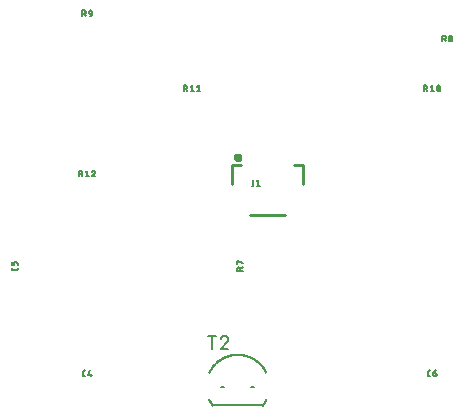
<source format=gbr>
G04 EAGLE Gerber RS-274X export*
G75*
%MOMM*%
%FSLAX34Y34*%
%LPD*%
%INSilkscreen Top*%
%IPPOS*%
%AMOC8*
5,1,8,0,0,1.08239X$1,22.5*%
G01*
%ADD10C,0.127000*%
%ADD11C,0.254000*%
%ADD12C,0.400000*%
%ADD13C,0.012700*%


D10*
X150904Y97155D02*
X149832Y97155D01*
X149767Y97157D01*
X149703Y97163D01*
X149639Y97173D01*
X149575Y97186D01*
X149513Y97204D01*
X149452Y97225D01*
X149392Y97249D01*
X149334Y97278D01*
X149277Y97310D01*
X149223Y97345D01*
X149171Y97383D01*
X149121Y97425D01*
X149074Y97469D01*
X149030Y97516D01*
X148988Y97566D01*
X148950Y97618D01*
X148915Y97672D01*
X148883Y97729D01*
X148854Y97787D01*
X148830Y97847D01*
X148809Y97908D01*
X148791Y97970D01*
X148778Y98034D01*
X148768Y98098D01*
X148762Y98162D01*
X148760Y98227D01*
X148759Y98227D02*
X148759Y100909D01*
X148760Y100909D02*
X148762Y100974D01*
X148768Y101038D01*
X148778Y101102D01*
X148791Y101166D01*
X148809Y101228D01*
X148830Y101289D01*
X148854Y101349D01*
X148883Y101407D01*
X148915Y101464D01*
X148950Y101518D01*
X148988Y101570D01*
X149030Y101620D01*
X149074Y101667D01*
X149121Y101711D01*
X149171Y101753D01*
X149223Y101791D01*
X149277Y101826D01*
X149334Y101858D01*
X149392Y101887D01*
X149452Y101911D01*
X149513Y101932D01*
X149575Y101950D01*
X149639Y101963D01*
X149703Y101973D01*
X149767Y101979D01*
X149832Y101981D01*
X150904Y101981D01*
X154432Y101981D02*
X153360Y98227D01*
X156041Y98227D01*
X155237Y99300D02*
X155237Y97155D01*
X93345Y187932D02*
X93345Y189004D01*
X93345Y187932D02*
X93343Y187867D01*
X93337Y187803D01*
X93327Y187739D01*
X93314Y187675D01*
X93296Y187613D01*
X93275Y187552D01*
X93251Y187492D01*
X93222Y187434D01*
X93190Y187377D01*
X93155Y187323D01*
X93117Y187271D01*
X93075Y187221D01*
X93031Y187174D01*
X92984Y187130D01*
X92934Y187088D01*
X92882Y187050D01*
X92828Y187015D01*
X92771Y186983D01*
X92713Y186954D01*
X92653Y186930D01*
X92592Y186909D01*
X92530Y186891D01*
X92466Y186878D01*
X92402Y186868D01*
X92338Y186862D01*
X92273Y186860D01*
X92273Y186859D02*
X89591Y186859D01*
X89526Y186861D01*
X89462Y186867D01*
X89398Y186877D01*
X89334Y186890D01*
X89272Y186908D01*
X89211Y186929D01*
X89151Y186954D01*
X89092Y186982D01*
X89036Y187014D01*
X88981Y187049D01*
X88929Y187087D01*
X88879Y187129D01*
X88832Y187173D01*
X88788Y187220D01*
X88746Y187270D01*
X88708Y187322D01*
X88673Y187377D01*
X88641Y187433D01*
X88613Y187492D01*
X88588Y187551D01*
X88567Y187613D01*
X88549Y187675D01*
X88536Y187739D01*
X88526Y187803D01*
X88520Y187867D01*
X88518Y187932D01*
X88519Y187932D02*
X88519Y189004D01*
X93345Y191460D02*
X93345Y193068D01*
X93343Y193133D01*
X93337Y193197D01*
X93327Y193261D01*
X93314Y193325D01*
X93296Y193387D01*
X93275Y193448D01*
X93251Y193508D01*
X93222Y193566D01*
X93190Y193623D01*
X93155Y193677D01*
X93117Y193729D01*
X93075Y193779D01*
X93031Y193826D01*
X92984Y193870D01*
X92934Y193912D01*
X92882Y193950D01*
X92828Y193985D01*
X92771Y194017D01*
X92713Y194046D01*
X92653Y194070D01*
X92592Y194091D01*
X92530Y194109D01*
X92466Y194122D01*
X92402Y194132D01*
X92338Y194138D01*
X92273Y194140D01*
X92273Y194141D02*
X91736Y194141D01*
X91736Y194140D02*
X91671Y194138D01*
X91607Y194132D01*
X91543Y194122D01*
X91479Y194109D01*
X91417Y194091D01*
X91356Y194070D01*
X91296Y194046D01*
X91238Y194017D01*
X91181Y193985D01*
X91127Y193950D01*
X91075Y193912D01*
X91025Y193870D01*
X90978Y193826D01*
X90934Y193779D01*
X90892Y193729D01*
X90854Y193677D01*
X90819Y193623D01*
X90787Y193566D01*
X90758Y193508D01*
X90734Y193448D01*
X90713Y193387D01*
X90695Y193325D01*
X90682Y193261D01*
X90672Y193197D01*
X90666Y193133D01*
X90664Y193068D01*
X90664Y191460D01*
X88519Y191460D01*
X88519Y194141D01*
X441932Y97155D02*
X443004Y97155D01*
X441932Y97155D02*
X441867Y97157D01*
X441803Y97163D01*
X441739Y97173D01*
X441675Y97186D01*
X441613Y97204D01*
X441552Y97225D01*
X441492Y97249D01*
X441434Y97278D01*
X441377Y97310D01*
X441323Y97345D01*
X441271Y97383D01*
X441221Y97425D01*
X441174Y97469D01*
X441130Y97516D01*
X441088Y97566D01*
X441050Y97618D01*
X441015Y97672D01*
X440983Y97729D01*
X440954Y97787D01*
X440930Y97847D01*
X440909Y97908D01*
X440891Y97970D01*
X440878Y98034D01*
X440868Y98098D01*
X440862Y98162D01*
X440860Y98227D01*
X440859Y98227D02*
X440859Y100909D01*
X440860Y100909D02*
X440862Y100974D01*
X440868Y101038D01*
X440878Y101102D01*
X440891Y101166D01*
X440909Y101228D01*
X440930Y101289D01*
X440954Y101349D01*
X440983Y101407D01*
X441015Y101464D01*
X441050Y101518D01*
X441088Y101570D01*
X441130Y101620D01*
X441174Y101667D01*
X441221Y101711D01*
X441271Y101753D01*
X441323Y101791D01*
X441377Y101826D01*
X441434Y101858D01*
X441492Y101887D01*
X441552Y101911D01*
X441613Y101932D01*
X441675Y101950D01*
X441739Y101963D01*
X441803Y101973D01*
X441867Y101979D01*
X441932Y101981D01*
X443004Y101981D01*
X445460Y99836D02*
X447068Y99836D01*
X447133Y99834D01*
X447197Y99828D01*
X447261Y99818D01*
X447325Y99805D01*
X447387Y99787D01*
X447448Y99766D01*
X447508Y99742D01*
X447566Y99713D01*
X447623Y99681D01*
X447677Y99646D01*
X447729Y99608D01*
X447779Y99566D01*
X447826Y99522D01*
X447870Y99475D01*
X447912Y99425D01*
X447950Y99373D01*
X447985Y99319D01*
X448017Y99262D01*
X448046Y99204D01*
X448070Y99144D01*
X448091Y99083D01*
X448109Y99021D01*
X448122Y98957D01*
X448132Y98893D01*
X448138Y98829D01*
X448140Y98764D01*
X448141Y98764D02*
X448141Y98496D01*
X448139Y98425D01*
X448133Y98353D01*
X448124Y98283D01*
X448111Y98213D01*
X448094Y98143D01*
X448073Y98075D01*
X448049Y98008D01*
X448021Y97942D01*
X447990Y97878D01*
X447955Y97815D01*
X447917Y97755D01*
X447876Y97696D01*
X447832Y97640D01*
X447785Y97586D01*
X447736Y97535D01*
X447683Y97487D01*
X447628Y97441D01*
X447571Y97399D01*
X447511Y97359D01*
X447450Y97323D01*
X447386Y97290D01*
X447321Y97261D01*
X447255Y97235D01*
X447187Y97212D01*
X447118Y97193D01*
X447048Y97178D01*
X446978Y97167D01*
X446907Y97159D01*
X446836Y97155D01*
X446764Y97155D01*
X446693Y97159D01*
X446622Y97167D01*
X446552Y97178D01*
X446482Y97193D01*
X446413Y97212D01*
X446345Y97235D01*
X446279Y97261D01*
X446214Y97290D01*
X446150Y97323D01*
X446089Y97359D01*
X446029Y97399D01*
X445972Y97441D01*
X445917Y97487D01*
X445864Y97535D01*
X445815Y97586D01*
X445768Y97640D01*
X445724Y97696D01*
X445683Y97755D01*
X445645Y97815D01*
X445610Y97878D01*
X445579Y97942D01*
X445551Y98008D01*
X445527Y98075D01*
X445506Y98143D01*
X445489Y98213D01*
X445476Y98283D01*
X445467Y98353D01*
X445461Y98425D01*
X445459Y98496D01*
X445460Y98496D02*
X445460Y99836D01*
X445462Y99927D01*
X445468Y100018D01*
X445477Y100108D01*
X445491Y100199D01*
X445508Y100288D01*
X445529Y100376D01*
X445554Y100464D01*
X445583Y100551D01*
X445615Y100636D01*
X445650Y100720D01*
X445690Y100802D01*
X445732Y100882D01*
X445778Y100961D01*
X445828Y101037D01*
X445880Y101111D01*
X445936Y101184D01*
X445995Y101253D01*
X446056Y101320D01*
X446121Y101385D01*
X446188Y101446D01*
X446257Y101505D01*
X446329Y101561D01*
X446404Y101613D01*
X446480Y101663D01*
X446559Y101709D01*
X446639Y101751D01*
X446721Y101791D01*
X446805Y101826D01*
X446890Y101858D01*
X446977Y101887D01*
X447064Y101912D01*
X447153Y101933D01*
X447242Y101950D01*
X447333Y101964D01*
X447423Y101973D01*
X447514Y101979D01*
X447605Y101981D01*
D11*
X319800Y233400D02*
X289800Y233400D01*
X274800Y259400D02*
X274800Y275900D01*
X327300Y275900D02*
X334800Y275900D01*
X334800Y259400D01*
X282300Y275900D02*
X274800Y275900D01*
D12*
X278386Y282400D02*
X278388Y282475D01*
X278394Y282549D01*
X278404Y282623D01*
X278417Y282696D01*
X278435Y282769D01*
X278456Y282840D01*
X278481Y282911D01*
X278510Y282980D01*
X278543Y283047D01*
X278579Y283112D01*
X278618Y283176D01*
X278660Y283237D01*
X278706Y283296D01*
X278755Y283353D01*
X278807Y283406D01*
X278861Y283457D01*
X278918Y283506D01*
X278978Y283550D01*
X279040Y283592D01*
X279104Y283631D01*
X279170Y283666D01*
X279237Y283697D01*
X279307Y283725D01*
X279377Y283749D01*
X279449Y283770D01*
X279522Y283786D01*
X279595Y283799D01*
X279670Y283808D01*
X279744Y283813D01*
X279819Y283814D01*
X279893Y283811D01*
X279968Y283804D01*
X280041Y283793D01*
X280115Y283779D01*
X280187Y283760D01*
X280258Y283738D01*
X280328Y283712D01*
X280397Y283682D01*
X280463Y283649D01*
X280528Y283612D01*
X280591Y283572D01*
X280652Y283528D01*
X280710Y283482D01*
X280766Y283432D01*
X280819Y283380D01*
X280870Y283325D01*
X280917Y283267D01*
X280961Y283207D01*
X281002Y283144D01*
X281040Y283080D01*
X281074Y283014D01*
X281105Y282945D01*
X281132Y282876D01*
X281155Y282805D01*
X281174Y282733D01*
X281190Y282660D01*
X281202Y282586D01*
X281210Y282512D01*
X281214Y282437D01*
X281214Y282363D01*
X281210Y282288D01*
X281202Y282214D01*
X281190Y282140D01*
X281174Y282067D01*
X281155Y281995D01*
X281132Y281924D01*
X281105Y281855D01*
X281074Y281786D01*
X281040Y281720D01*
X281002Y281656D01*
X280961Y281593D01*
X280917Y281533D01*
X280870Y281475D01*
X280819Y281420D01*
X280766Y281368D01*
X280710Y281318D01*
X280652Y281272D01*
X280591Y281228D01*
X280528Y281188D01*
X280463Y281151D01*
X280397Y281118D01*
X280328Y281088D01*
X280258Y281062D01*
X280187Y281040D01*
X280115Y281021D01*
X280041Y281007D01*
X279968Y280996D01*
X279893Y280989D01*
X279819Y280986D01*
X279744Y280987D01*
X279670Y280992D01*
X279595Y281001D01*
X279522Y281014D01*
X279449Y281030D01*
X279377Y281051D01*
X279307Y281075D01*
X279237Y281103D01*
X279170Y281134D01*
X279104Y281169D01*
X279040Y281208D01*
X278978Y281250D01*
X278918Y281294D01*
X278861Y281343D01*
X278807Y281394D01*
X278755Y281447D01*
X278706Y281504D01*
X278660Y281563D01*
X278618Y281624D01*
X278579Y281688D01*
X278543Y281753D01*
X278510Y281820D01*
X278481Y281889D01*
X278456Y281960D01*
X278435Y282031D01*
X278417Y282104D01*
X278404Y282177D01*
X278394Y282251D01*
X278388Y282325D01*
X278386Y282400D01*
D10*
X293074Y263271D02*
X293074Y259517D01*
X293073Y259517D02*
X293071Y259452D01*
X293065Y259388D01*
X293055Y259324D01*
X293042Y259260D01*
X293024Y259198D01*
X293003Y259137D01*
X292979Y259077D01*
X292950Y259019D01*
X292918Y258962D01*
X292883Y258908D01*
X292845Y258856D01*
X292803Y258806D01*
X292759Y258759D01*
X292712Y258715D01*
X292662Y258673D01*
X292610Y258635D01*
X292556Y258600D01*
X292499Y258568D01*
X292441Y258539D01*
X292381Y258515D01*
X292320Y258494D01*
X292258Y258476D01*
X292194Y258463D01*
X292130Y258453D01*
X292066Y258447D01*
X292001Y258445D01*
X291465Y258445D01*
X296022Y262199D02*
X297362Y263271D01*
X297362Y258445D01*
X296022Y258445D02*
X298703Y258445D01*
X437705Y338455D02*
X437705Y343281D01*
X439046Y343281D01*
X439117Y343279D01*
X439189Y343273D01*
X439259Y343264D01*
X439329Y343251D01*
X439399Y343234D01*
X439467Y343213D01*
X439534Y343189D01*
X439600Y343161D01*
X439664Y343130D01*
X439727Y343095D01*
X439787Y343057D01*
X439846Y343016D01*
X439902Y342972D01*
X439956Y342925D01*
X440007Y342876D01*
X440055Y342823D01*
X440101Y342768D01*
X440143Y342711D01*
X440183Y342651D01*
X440219Y342590D01*
X440252Y342526D01*
X440281Y342461D01*
X440307Y342395D01*
X440330Y342327D01*
X440349Y342258D01*
X440364Y342188D01*
X440375Y342118D01*
X440383Y342047D01*
X440387Y341976D01*
X440387Y341904D01*
X440383Y341833D01*
X440375Y341762D01*
X440364Y341692D01*
X440349Y341622D01*
X440330Y341553D01*
X440307Y341485D01*
X440281Y341419D01*
X440252Y341354D01*
X440219Y341290D01*
X440183Y341229D01*
X440143Y341169D01*
X440101Y341112D01*
X440055Y341057D01*
X440007Y341004D01*
X439956Y340955D01*
X439902Y340908D01*
X439846Y340864D01*
X439787Y340823D01*
X439727Y340785D01*
X439664Y340750D01*
X439600Y340719D01*
X439534Y340691D01*
X439467Y340667D01*
X439399Y340646D01*
X439329Y340629D01*
X439259Y340616D01*
X439189Y340607D01*
X439117Y340601D01*
X439046Y340599D01*
X439046Y340600D02*
X437705Y340600D01*
X439314Y340600D02*
X440386Y338455D01*
X443128Y342209D02*
X444468Y343281D01*
X444468Y338455D01*
X443128Y338455D02*
X445809Y338455D01*
X448614Y340868D02*
X448616Y340988D01*
X448621Y341108D01*
X448630Y341228D01*
X448643Y341348D01*
X448659Y341467D01*
X448679Y341586D01*
X448703Y341704D01*
X448730Y341821D01*
X448760Y341937D01*
X448794Y342052D01*
X448832Y342167D01*
X448873Y342280D01*
X448917Y342391D01*
X448965Y342502D01*
X449016Y342611D01*
X449017Y342611D02*
X449038Y342668D01*
X449064Y342724D01*
X449092Y342779D01*
X449124Y342831D01*
X449160Y342882D01*
X449198Y342930D01*
X449239Y342976D01*
X449283Y343019D01*
X449329Y343059D01*
X449378Y343096D01*
X449430Y343130D01*
X449483Y343161D01*
X449538Y343189D01*
X449594Y343213D01*
X449652Y343234D01*
X449711Y343251D01*
X449771Y343264D01*
X449832Y343273D01*
X449894Y343279D01*
X449955Y343281D01*
X450016Y343279D01*
X450078Y343273D01*
X450139Y343264D01*
X450199Y343251D01*
X450258Y343234D01*
X450316Y343213D01*
X450372Y343189D01*
X450427Y343161D01*
X450480Y343130D01*
X450532Y343096D01*
X450581Y343059D01*
X450627Y343019D01*
X450671Y342976D01*
X450712Y342930D01*
X450750Y342882D01*
X450786Y342831D01*
X450818Y342779D01*
X450846Y342724D01*
X450872Y342668D01*
X450893Y342611D01*
X450944Y342502D01*
X450992Y342391D01*
X451036Y342280D01*
X451077Y342167D01*
X451115Y342052D01*
X451149Y341937D01*
X451179Y341821D01*
X451206Y341704D01*
X451230Y341586D01*
X451250Y341467D01*
X451266Y341348D01*
X451279Y341228D01*
X451288Y341108D01*
X451293Y340988D01*
X451295Y340868D01*
X448614Y340868D02*
X448616Y340748D01*
X448621Y340628D01*
X448630Y340508D01*
X448643Y340388D01*
X448659Y340269D01*
X448679Y340150D01*
X448703Y340032D01*
X448730Y339915D01*
X448760Y339799D01*
X448794Y339684D01*
X448832Y339569D01*
X448873Y339456D01*
X448917Y339345D01*
X448965Y339234D01*
X449016Y339125D01*
X449017Y339125D02*
X449038Y339068D01*
X449064Y339012D01*
X449092Y338957D01*
X449124Y338905D01*
X449160Y338854D01*
X449198Y338806D01*
X449239Y338760D01*
X449283Y338717D01*
X449329Y338677D01*
X449378Y338640D01*
X449430Y338606D01*
X449483Y338575D01*
X449538Y338547D01*
X449594Y338523D01*
X449652Y338502D01*
X449711Y338485D01*
X449771Y338472D01*
X449832Y338463D01*
X449894Y338457D01*
X449955Y338455D01*
X450893Y339125D02*
X450944Y339234D01*
X450992Y339345D01*
X451036Y339456D01*
X451077Y339569D01*
X451115Y339684D01*
X451149Y339799D01*
X451179Y339915D01*
X451206Y340032D01*
X451230Y340150D01*
X451250Y340269D01*
X451266Y340388D01*
X451279Y340508D01*
X451288Y340628D01*
X451293Y340748D01*
X451295Y340868D01*
X450893Y339125D02*
X450872Y339068D01*
X450846Y339012D01*
X450818Y338957D01*
X450786Y338905D01*
X450750Y338854D01*
X450712Y338806D01*
X450671Y338760D01*
X450627Y338717D01*
X450580Y338677D01*
X450532Y338640D01*
X450480Y338606D01*
X450427Y338575D01*
X450372Y338547D01*
X450316Y338523D01*
X450258Y338502D01*
X450199Y338485D01*
X450139Y338472D01*
X450078Y338463D01*
X450016Y338457D01*
X449955Y338455D01*
X448882Y339527D02*
X451027Y342209D01*
X234505Y343281D02*
X234505Y338455D01*
X234505Y343281D02*
X235846Y343281D01*
X235917Y343279D01*
X235989Y343273D01*
X236059Y343264D01*
X236129Y343251D01*
X236199Y343234D01*
X236267Y343213D01*
X236334Y343189D01*
X236400Y343161D01*
X236464Y343130D01*
X236527Y343095D01*
X236587Y343057D01*
X236646Y343016D01*
X236702Y342972D01*
X236756Y342925D01*
X236807Y342876D01*
X236855Y342823D01*
X236901Y342768D01*
X236943Y342711D01*
X236983Y342651D01*
X237019Y342590D01*
X237052Y342526D01*
X237081Y342461D01*
X237107Y342395D01*
X237130Y342327D01*
X237149Y342258D01*
X237164Y342188D01*
X237175Y342118D01*
X237183Y342047D01*
X237187Y341976D01*
X237187Y341904D01*
X237183Y341833D01*
X237175Y341762D01*
X237164Y341692D01*
X237149Y341622D01*
X237130Y341553D01*
X237107Y341485D01*
X237081Y341419D01*
X237052Y341354D01*
X237019Y341290D01*
X236983Y341229D01*
X236943Y341169D01*
X236901Y341112D01*
X236855Y341057D01*
X236807Y341004D01*
X236756Y340955D01*
X236702Y340908D01*
X236646Y340864D01*
X236587Y340823D01*
X236527Y340785D01*
X236464Y340750D01*
X236400Y340719D01*
X236334Y340691D01*
X236267Y340667D01*
X236199Y340646D01*
X236129Y340629D01*
X236059Y340616D01*
X235989Y340607D01*
X235917Y340601D01*
X235846Y340599D01*
X235846Y340600D02*
X234505Y340600D01*
X236114Y340600D02*
X237186Y338455D01*
X239928Y342209D02*
X241268Y343281D01*
X241268Y338455D01*
X239928Y338455D02*
X242609Y338455D01*
X245414Y342209D02*
X246755Y343281D01*
X246755Y338455D01*
X248095Y338455D02*
X245414Y338455D01*
X145605Y271145D02*
X145605Y266319D01*
X145605Y271145D02*
X146945Y271145D01*
X147016Y271143D01*
X147088Y271137D01*
X147158Y271128D01*
X147228Y271115D01*
X147298Y271098D01*
X147366Y271077D01*
X147433Y271053D01*
X147499Y271025D01*
X147563Y270994D01*
X147626Y270959D01*
X147686Y270921D01*
X147745Y270880D01*
X147801Y270836D01*
X147855Y270789D01*
X147906Y270740D01*
X147954Y270687D01*
X148000Y270632D01*
X148042Y270575D01*
X148082Y270515D01*
X148118Y270454D01*
X148151Y270390D01*
X148180Y270325D01*
X148206Y270259D01*
X148229Y270191D01*
X148248Y270122D01*
X148263Y270052D01*
X148274Y269982D01*
X148282Y269911D01*
X148286Y269840D01*
X148286Y269768D01*
X148282Y269697D01*
X148274Y269626D01*
X148263Y269556D01*
X148248Y269486D01*
X148229Y269417D01*
X148206Y269349D01*
X148180Y269283D01*
X148151Y269218D01*
X148118Y269154D01*
X148082Y269093D01*
X148042Y269033D01*
X148000Y268976D01*
X147954Y268921D01*
X147906Y268868D01*
X147855Y268819D01*
X147801Y268772D01*
X147745Y268728D01*
X147686Y268687D01*
X147626Y268649D01*
X147563Y268614D01*
X147499Y268583D01*
X147433Y268555D01*
X147366Y268531D01*
X147298Y268510D01*
X147228Y268493D01*
X147158Y268480D01*
X147088Y268471D01*
X147016Y268465D01*
X146945Y268463D01*
X146945Y268464D02*
X145605Y268464D01*
X147214Y268464D02*
X148286Y266319D01*
X151028Y270073D02*
X152368Y271145D01*
X152368Y266319D01*
X151028Y266319D02*
X153709Y266319D01*
X157989Y271145D02*
X158057Y271143D01*
X158124Y271137D01*
X158191Y271128D01*
X158258Y271115D01*
X158323Y271098D01*
X158388Y271077D01*
X158451Y271053D01*
X158513Y271025D01*
X158573Y270994D01*
X158631Y270960D01*
X158687Y270922D01*
X158742Y270882D01*
X158793Y270838D01*
X158842Y270791D01*
X158889Y270742D01*
X158933Y270691D01*
X158973Y270636D01*
X159011Y270580D01*
X159045Y270522D01*
X159076Y270462D01*
X159104Y270400D01*
X159128Y270337D01*
X159149Y270272D01*
X159166Y270207D01*
X159179Y270140D01*
X159188Y270073D01*
X159194Y270006D01*
X159196Y269938D01*
X157989Y271145D02*
X157911Y271143D01*
X157833Y271137D01*
X157756Y271127D01*
X157679Y271114D01*
X157603Y271096D01*
X157528Y271075D01*
X157454Y271050D01*
X157382Y271021D01*
X157311Y270989D01*
X157242Y270953D01*
X157174Y270914D01*
X157109Y270871D01*
X157046Y270825D01*
X156985Y270776D01*
X156927Y270724D01*
X156872Y270669D01*
X156819Y270612D01*
X156770Y270552D01*
X156723Y270489D01*
X156680Y270425D01*
X156640Y270358D01*
X156603Y270289D01*
X156570Y270218D01*
X156540Y270146D01*
X156514Y270073D01*
X158793Y269000D02*
X158842Y269049D01*
X158889Y269101D01*
X158932Y269156D01*
X158973Y269213D01*
X159011Y269272D01*
X159045Y269333D01*
X159076Y269396D01*
X159104Y269460D01*
X159128Y269526D01*
X159148Y269592D01*
X159165Y269660D01*
X159178Y269729D01*
X159187Y269798D01*
X159193Y269868D01*
X159195Y269938D01*
X158793Y269000D02*
X156514Y266319D01*
X159195Y266319D01*
X279019Y186448D02*
X283845Y186448D01*
X279019Y186448D02*
X279019Y187789D01*
X279021Y187860D01*
X279027Y187932D01*
X279036Y188002D01*
X279049Y188072D01*
X279066Y188142D01*
X279087Y188210D01*
X279111Y188277D01*
X279139Y188343D01*
X279170Y188407D01*
X279205Y188470D01*
X279243Y188530D01*
X279284Y188589D01*
X279328Y188645D01*
X279375Y188699D01*
X279424Y188750D01*
X279477Y188798D01*
X279532Y188844D01*
X279589Y188886D01*
X279649Y188926D01*
X279710Y188962D01*
X279774Y188995D01*
X279839Y189024D01*
X279905Y189050D01*
X279973Y189073D01*
X280042Y189092D01*
X280112Y189107D01*
X280182Y189118D01*
X280253Y189126D01*
X280324Y189130D01*
X280396Y189130D01*
X280467Y189126D01*
X280538Y189118D01*
X280608Y189107D01*
X280678Y189092D01*
X280747Y189073D01*
X280815Y189050D01*
X280881Y189024D01*
X280946Y188995D01*
X281010Y188962D01*
X281071Y188926D01*
X281131Y188886D01*
X281188Y188844D01*
X281243Y188798D01*
X281296Y188750D01*
X281345Y188699D01*
X281392Y188645D01*
X281436Y188589D01*
X281477Y188530D01*
X281515Y188470D01*
X281550Y188407D01*
X281581Y188343D01*
X281609Y188277D01*
X281633Y188210D01*
X281654Y188142D01*
X281671Y188072D01*
X281684Y188002D01*
X281693Y187932D01*
X281699Y187860D01*
X281701Y187789D01*
X281700Y187789D02*
X281700Y186448D01*
X281700Y188057D02*
X283845Y189129D01*
X279555Y191871D02*
X279019Y191871D01*
X279019Y194552D01*
X283845Y193211D01*
X453148Y380619D02*
X453148Y385445D01*
X454489Y385445D01*
X454560Y385443D01*
X454632Y385437D01*
X454702Y385428D01*
X454772Y385415D01*
X454842Y385398D01*
X454910Y385377D01*
X454977Y385353D01*
X455043Y385325D01*
X455107Y385294D01*
X455170Y385259D01*
X455230Y385221D01*
X455289Y385180D01*
X455345Y385136D01*
X455399Y385089D01*
X455450Y385040D01*
X455498Y384987D01*
X455544Y384932D01*
X455586Y384875D01*
X455626Y384815D01*
X455662Y384754D01*
X455695Y384690D01*
X455724Y384625D01*
X455750Y384559D01*
X455773Y384491D01*
X455792Y384422D01*
X455807Y384352D01*
X455818Y384282D01*
X455826Y384211D01*
X455830Y384140D01*
X455830Y384068D01*
X455826Y383997D01*
X455818Y383926D01*
X455807Y383856D01*
X455792Y383786D01*
X455773Y383717D01*
X455750Y383649D01*
X455724Y383583D01*
X455695Y383518D01*
X455662Y383454D01*
X455626Y383393D01*
X455586Y383333D01*
X455544Y383276D01*
X455498Y383221D01*
X455450Y383168D01*
X455399Y383119D01*
X455345Y383072D01*
X455289Y383028D01*
X455230Y382987D01*
X455170Y382949D01*
X455107Y382914D01*
X455043Y382883D01*
X454977Y382855D01*
X454910Y382831D01*
X454842Y382810D01*
X454772Y382793D01*
X454702Y382780D01*
X454632Y382771D01*
X454560Y382765D01*
X454489Y382763D01*
X454489Y382764D02*
X453148Y382764D01*
X454757Y382764D02*
X455829Y380619D01*
X458570Y381960D02*
X458572Y382031D01*
X458578Y382103D01*
X458587Y382173D01*
X458600Y382243D01*
X458617Y382313D01*
X458638Y382381D01*
X458662Y382448D01*
X458690Y382514D01*
X458721Y382578D01*
X458756Y382641D01*
X458794Y382701D01*
X458835Y382760D01*
X458879Y382816D01*
X458926Y382870D01*
X458975Y382921D01*
X459028Y382969D01*
X459083Y383015D01*
X459140Y383057D01*
X459200Y383097D01*
X459261Y383133D01*
X459325Y383166D01*
X459390Y383195D01*
X459456Y383221D01*
X459524Y383244D01*
X459593Y383263D01*
X459663Y383278D01*
X459733Y383289D01*
X459804Y383297D01*
X459875Y383301D01*
X459947Y383301D01*
X460018Y383297D01*
X460089Y383289D01*
X460159Y383278D01*
X460229Y383263D01*
X460298Y383244D01*
X460366Y383221D01*
X460432Y383195D01*
X460497Y383166D01*
X460561Y383133D01*
X460622Y383097D01*
X460682Y383057D01*
X460739Y383015D01*
X460794Y382969D01*
X460847Y382921D01*
X460896Y382870D01*
X460943Y382816D01*
X460987Y382760D01*
X461028Y382701D01*
X461066Y382641D01*
X461101Y382578D01*
X461132Y382514D01*
X461160Y382448D01*
X461184Y382381D01*
X461205Y382313D01*
X461222Y382243D01*
X461235Y382173D01*
X461244Y382103D01*
X461250Y382031D01*
X461252Y381960D01*
X461250Y381889D01*
X461244Y381817D01*
X461235Y381747D01*
X461222Y381677D01*
X461205Y381607D01*
X461184Y381539D01*
X461160Y381472D01*
X461132Y381406D01*
X461101Y381342D01*
X461066Y381279D01*
X461028Y381219D01*
X460987Y381160D01*
X460943Y381104D01*
X460896Y381050D01*
X460847Y380999D01*
X460794Y380951D01*
X460739Y380905D01*
X460682Y380863D01*
X460622Y380823D01*
X460561Y380787D01*
X460497Y380754D01*
X460432Y380725D01*
X460366Y380699D01*
X460298Y380676D01*
X460229Y380657D01*
X460159Y380642D01*
X460089Y380631D01*
X460018Y380623D01*
X459947Y380619D01*
X459875Y380619D01*
X459804Y380623D01*
X459733Y380631D01*
X459663Y380642D01*
X459593Y380657D01*
X459524Y380676D01*
X459456Y380699D01*
X459390Y380725D01*
X459325Y380754D01*
X459261Y380787D01*
X459200Y380823D01*
X459140Y380863D01*
X459083Y380905D01*
X459028Y380951D01*
X458975Y380999D01*
X458926Y381050D01*
X458879Y381104D01*
X458835Y381160D01*
X458794Y381219D01*
X458756Y381279D01*
X458721Y381342D01*
X458690Y381406D01*
X458662Y381472D01*
X458638Y381539D01*
X458617Y381607D01*
X458600Y381677D01*
X458587Y381747D01*
X458578Y381817D01*
X458572Y381889D01*
X458570Y381960D01*
X458839Y384373D02*
X458841Y384438D01*
X458847Y384502D01*
X458857Y384566D01*
X458870Y384630D01*
X458888Y384692D01*
X458909Y384753D01*
X458933Y384813D01*
X458962Y384871D01*
X458994Y384928D01*
X459029Y384982D01*
X459067Y385034D01*
X459109Y385084D01*
X459153Y385131D01*
X459200Y385175D01*
X459250Y385217D01*
X459302Y385255D01*
X459356Y385290D01*
X459413Y385322D01*
X459471Y385351D01*
X459531Y385375D01*
X459592Y385396D01*
X459654Y385414D01*
X459718Y385427D01*
X459782Y385437D01*
X459846Y385443D01*
X459911Y385445D01*
X459976Y385443D01*
X460040Y385437D01*
X460104Y385427D01*
X460168Y385414D01*
X460230Y385396D01*
X460291Y385375D01*
X460351Y385351D01*
X460409Y385322D01*
X460466Y385290D01*
X460520Y385255D01*
X460572Y385217D01*
X460622Y385175D01*
X460669Y385131D01*
X460713Y385084D01*
X460755Y385034D01*
X460793Y384982D01*
X460828Y384928D01*
X460860Y384871D01*
X460889Y384813D01*
X460913Y384753D01*
X460934Y384692D01*
X460952Y384630D01*
X460965Y384566D01*
X460975Y384502D01*
X460981Y384438D01*
X460983Y384373D01*
X460981Y384308D01*
X460975Y384244D01*
X460965Y384180D01*
X460952Y384116D01*
X460934Y384054D01*
X460913Y383993D01*
X460889Y383933D01*
X460860Y383875D01*
X460828Y383818D01*
X460793Y383764D01*
X460755Y383712D01*
X460713Y383662D01*
X460669Y383615D01*
X460622Y383571D01*
X460572Y383529D01*
X460520Y383491D01*
X460466Y383456D01*
X460409Y383424D01*
X460351Y383395D01*
X460291Y383371D01*
X460230Y383350D01*
X460168Y383332D01*
X460104Y383319D01*
X460040Y383309D01*
X459976Y383303D01*
X459911Y383301D01*
X459846Y383303D01*
X459782Y383309D01*
X459718Y383319D01*
X459654Y383332D01*
X459592Y383350D01*
X459531Y383371D01*
X459471Y383395D01*
X459413Y383424D01*
X459356Y383456D01*
X459302Y383491D01*
X459250Y383529D01*
X459200Y383571D01*
X459153Y383615D01*
X459109Y383662D01*
X459067Y383712D01*
X459029Y383764D01*
X458994Y383818D01*
X458962Y383875D01*
X458933Y383933D01*
X458909Y383993D01*
X458888Y384054D01*
X458870Y384116D01*
X458857Y384180D01*
X458847Y384244D01*
X458841Y384308D01*
X458839Y384373D01*
X148348Y401955D02*
X148348Y406781D01*
X149689Y406781D01*
X149760Y406779D01*
X149832Y406773D01*
X149902Y406764D01*
X149972Y406751D01*
X150042Y406734D01*
X150110Y406713D01*
X150177Y406689D01*
X150243Y406661D01*
X150307Y406630D01*
X150370Y406595D01*
X150430Y406557D01*
X150489Y406516D01*
X150545Y406472D01*
X150599Y406425D01*
X150650Y406376D01*
X150698Y406323D01*
X150744Y406268D01*
X150786Y406211D01*
X150826Y406151D01*
X150862Y406090D01*
X150895Y406026D01*
X150924Y405961D01*
X150950Y405895D01*
X150973Y405827D01*
X150992Y405758D01*
X151007Y405688D01*
X151018Y405618D01*
X151026Y405547D01*
X151030Y405476D01*
X151030Y405404D01*
X151026Y405333D01*
X151018Y405262D01*
X151007Y405192D01*
X150992Y405122D01*
X150973Y405053D01*
X150950Y404985D01*
X150924Y404919D01*
X150895Y404854D01*
X150862Y404790D01*
X150826Y404729D01*
X150786Y404669D01*
X150744Y404612D01*
X150698Y404557D01*
X150650Y404504D01*
X150599Y404455D01*
X150545Y404408D01*
X150489Y404364D01*
X150430Y404323D01*
X150370Y404285D01*
X150307Y404250D01*
X150243Y404219D01*
X150177Y404191D01*
X150110Y404167D01*
X150042Y404146D01*
X149972Y404129D01*
X149902Y404116D01*
X149832Y404107D01*
X149760Y404101D01*
X149689Y404099D01*
X149689Y404100D02*
X148348Y404100D01*
X149957Y404100D02*
X151029Y401955D01*
X154843Y404100D02*
X156452Y404100D01*
X154843Y404100D02*
X154778Y404102D01*
X154714Y404108D01*
X154650Y404118D01*
X154586Y404131D01*
X154524Y404149D01*
X154463Y404170D01*
X154403Y404194D01*
X154345Y404223D01*
X154288Y404255D01*
X154234Y404290D01*
X154182Y404328D01*
X154132Y404370D01*
X154085Y404414D01*
X154041Y404461D01*
X153999Y404511D01*
X153961Y404563D01*
X153926Y404617D01*
X153894Y404674D01*
X153865Y404732D01*
X153841Y404792D01*
X153820Y404853D01*
X153802Y404915D01*
X153789Y404979D01*
X153779Y405043D01*
X153773Y405107D01*
X153771Y405172D01*
X153771Y405440D01*
X153770Y405440D02*
X153772Y405511D01*
X153778Y405583D01*
X153787Y405653D01*
X153800Y405723D01*
X153817Y405793D01*
X153838Y405861D01*
X153862Y405928D01*
X153890Y405994D01*
X153921Y406058D01*
X153956Y406121D01*
X153994Y406181D01*
X154035Y406240D01*
X154079Y406296D01*
X154126Y406350D01*
X154175Y406401D01*
X154228Y406449D01*
X154283Y406495D01*
X154340Y406537D01*
X154400Y406577D01*
X154461Y406613D01*
X154525Y406646D01*
X154590Y406675D01*
X154656Y406701D01*
X154724Y406724D01*
X154793Y406743D01*
X154863Y406758D01*
X154933Y406769D01*
X155004Y406777D01*
X155075Y406781D01*
X155147Y406781D01*
X155218Y406777D01*
X155289Y406769D01*
X155359Y406758D01*
X155429Y406743D01*
X155498Y406724D01*
X155566Y406701D01*
X155632Y406675D01*
X155697Y406646D01*
X155761Y406613D01*
X155822Y406577D01*
X155882Y406537D01*
X155939Y406495D01*
X155994Y406449D01*
X156047Y406401D01*
X156096Y406350D01*
X156143Y406296D01*
X156187Y406240D01*
X156228Y406181D01*
X156266Y406121D01*
X156301Y406058D01*
X156332Y405994D01*
X156360Y405928D01*
X156384Y405861D01*
X156405Y405793D01*
X156422Y405723D01*
X156435Y405653D01*
X156444Y405583D01*
X156450Y405511D01*
X156452Y405440D01*
X156452Y404100D01*
X156450Y404009D01*
X156444Y403918D01*
X156435Y403828D01*
X156421Y403737D01*
X156404Y403648D01*
X156383Y403560D01*
X156358Y403472D01*
X156329Y403385D01*
X156297Y403300D01*
X156262Y403216D01*
X156222Y403134D01*
X156180Y403054D01*
X156134Y402975D01*
X156084Y402899D01*
X156032Y402825D01*
X155976Y402752D01*
X155917Y402683D01*
X155856Y402616D01*
X155791Y402551D01*
X155724Y402490D01*
X155655Y402431D01*
X155582Y402375D01*
X155508Y402323D01*
X155432Y402273D01*
X155353Y402227D01*
X155273Y402185D01*
X155191Y402145D01*
X155107Y402110D01*
X155022Y402078D01*
X154935Y402049D01*
X154847Y402024D01*
X154759Y402003D01*
X154670Y401986D01*
X154579Y401972D01*
X154489Y401963D01*
X154398Y401957D01*
X154307Y401955D01*
X258450Y72390D02*
X300350Y72390D01*
D13*
X304020Y100560D02*
X302986Y100073D01*
X302705Y100648D01*
X302410Y101217D01*
X302101Y101777D01*
X301778Y102330D01*
X301442Y102875D01*
X301093Y103411D01*
X300730Y103939D01*
X300355Y104458D01*
X299967Y104967D01*
X299567Y105467D01*
X299154Y105956D01*
X298730Y106436D01*
X298294Y106905D01*
X297847Y107363D01*
X297388Y107810D01*
X296919Y108245D01*
X296439Y108669D01*
X295949Y109081D01*
X295450Y109481D01*
X294940Y109868D01*
X294421Y110243D01*
X293893Y110605D01*
X293356Y110954D01*
X292811Y111290D01*
X292258Y111612D01*
X291697Y111921D01*
X291128Y112215D01*
X290553Y112496D01*
X289971Y112762D01*
X289382Y113014D01*
X288788Y113252D01*
X288188Y113475D01*
X287582Y113683D01*
X286972Y113876D01*
X286357Y114055D01*
X285738Y114218D01*
X285115Y114366D01*
X284489Y114498D01*
X283860Y114615D01*
X283227Y114717D01*
X282593Y114803D01*
X281957Y114873D01*
X281319Y114928D01*
X280680Y114968D01*
X280040Y114991D01*
X279400Y114999D01*
X278760Y114991D01*
X278120Y114968D01*
X277481Y114928D01*
X276843Y114873D01*
X276207Y114803D01*
X275573Y114717D01*
X274940Y114615D01*
X274311Y114498D01*
X273685Y114366D01*
X273062Y114218D01*
X272443Y114055D01*
X271828Y113876D01*
X271218Y113683D01*
X270612Y113475D01*
X270012Y113252D01*
X269418Y113014D01*
X268829Y112762D01*
X268247Y112496D01*
X267672Y112215D01*
X267103Y111921D01*
X266542Y111612D01*
X265989Y111290D01*
X265444Y110954D01*
X264907Y110605D01*
X264379Y110243D01*
X263860Y109868D01*
X263350Y109481D01*
X262851Y109081D01*
X262361Y108669D01*
X261881Y108245D01*
X261412Y107810D01*
X260953Y107363D01*
X260506Y106905D01*
X260070Y106436D01*
X259646Y105956D01*
X259233Y105467D01*
X258833Y104967D01*
X258445Y104458D01*
X258070Y103939D01*
X257707Y103411D01*
X257358Y102875D01*
X257022Y102330D01*
X256699Y101777D01*
X256390Y101217D01*
X256095Y100648D01*
X255814Y100073D01*
X254780Y100560D01*
X254779Y100560D01*
X255073Y101161D01*
X255381Y101754D01*
X255704Y102339D01*
X256040Y102916D01*
X256391Y103485D01*
X256756Y104045D01*
X257134Y104596D01*
X257526Y105137D01*
X257931Y105669D01*
X258349Y106191D01*
X258779Y106702D01*
X259222Y107202D01*
X259677Y107692D01*
X260144Y108170D01*
X260622Y108636D01*
X261112Y109091D01*
X261613Y109534D01*
X262124Y109964D01*
X262646Y110381D01*
X263178Y110786D01*
X263720Y111177D01*
X264271Y111555D01*
X264831Y111919D01*
X265401Y112270D01*
X265978Y112606D01*
X266564Y112928D01*
X267157Y113236D01*
X267757Y113529D01*
X268365Y113807D01*
X268979Y114070D01*
X269600Y114318D01*
X270226Y114551D01*
X270858Y114768D01*
X271496Y114970D01*
X272137Y115156D01*
X272784Y115326D01*
X273434Y115481D01*
X274088Y115619D01*
X274745Y115741D01*
X275405Y115847D01*
X276067Y115937D01*
X276731Y116011D01*
X277397Y116068D01*
X278064Y116109D01*
X278732Y116134D01*
X279400Y116142D01*
X280068Y116134D01*
X280736Y116109D01*
X281403Y116068D01*
X282069Y116011D01*
X282733Y115937D01*
X283395Y115847D01*
X284055Y115741D01*
X284712Y115619D01*
X285366Y115481D01*
X286016Y115326D01*
X286663Y115156D01*
X287304Y114970D01*
X287942Y114768D01*
X288574Y114551D01*
X289200Y114318D01*
X289821Y114070D01*
X290435Y113807D01*
X291043Y113529D01*
X291643Y113236D01*
X292236Y112928D01*
X292822Y112606D01*
X293399Y112270D01*
X293969Y111919D01*
X294529Y111555D01*
X295080Y111177D01*
X295622Y110786D01*
X296154Y110381D01*
X296676Y109964D01*
X297187Y109534D01*
X297688Y109091D01*
X298178Y108636D01*
X298656Y108170D01*
X299123Y107692D01*
X299578Y107202D01*
X300021Y106702D01*
X300451Y106191D01*
X300869Y105669D01*
X301274Y105137D01*
X301666Y104596D01*
X302044Y104045D01*
X302409Y103485D01*
X302760Y102916D01*
X303096Y102339D01*
X303419Y101754D01*
X303727Y101161D01*
X304021Y100560D01*
X303912Y100509D01*
X303620Y101107D01*
X303313Y101697D01*
X302992Y102280D01*
X302657Y102855D01*
X302307Y103421D01*
X301944Y103978D01*
X301568Y104527D01*
X301178Y105066D01*
X300775Y105595D01*
X300359Y106115D01*
X299930Y106624D01*
X299489Y107122D01*
X299036Y107609D01*
X298571Y108085D01*
X298095Y108550D01*
X297607Y109002D01*
X297109Y109443D01*
X296599Y109871D01*
X296080Y110287D01*
X295550Y110689D01*
X295011Y111079D01*
X294462Y111455D01*
X293904Y111818D01*
X293338Y112167D01*
X292763Y112502D01*
X292180Y112822D01*
X291589Y113129D01*
X290991Y113420D01*
X290386Y113697D01*
X289775Y113959D01*
X289157Y114206D01*
X288533Y114438D01*
X287904Y114654D01*
X287270Y114855D01*
X286631Y115040D01*
X285987Y115210D01*
X285340Y115364D01*
X284689Y115501D01*
X284035Y115623D01*
X283378Y115729D01*
X282718Y115818D01*
X282057Y115892D01*
X281394Y115949D01*
X280730Y115989D01*
X280065Y116014D01*
X279400Y116022D01*
X278735Y116014D01*
X278070Y115989D01*
X277406Y115949D01*
X276743Y115892D01*
X276082Y115818D01*
X275422Y115729D01*
X274765Y115623D01*
X274111Y115501D01*
X273460Y115364D01*
X272813Y115210D01*
X272169Y115040D01*
X271530Y114855D01*
X270896Y114654D01*
X270267Y114438D01*
X269643Y114206D01*
X269025Y113959D01*
X268414Y113697D01*
X267809Y113420D01*
X267211Y113129D01*
X266620Y112822D01*
X266037Y112502D01*
X265462Y112167D01*
X264896Y111818D01*
X264338Y111455D01*
X263789Y111079D01*
X263250Y110689D01*
X262720Y110287D01*
X262201Y109871D01*
X261691Y109443D01*
X261193Y109002D01*
X260705Y108550D01*
X260229Y108085D01*
X259764Y107609D01*
X259311Y107122D01*
X258870Y106624D01*
X258441Y106115D01*
X258025Y105595D01*
X257622Y105066D01*
X257232Y104527D01*
X256856Y103978D01*
X256493Y103421D01*
X256143Y102855D01*
X255808Y102280D01*
X255487Y101697D01*
X255180Y101107D01*
X254888Y100509D01*
X254997Y100458D01*
X255287Y101053D01*
X255593Y101641D01*
X255913Y102221D01*
X256246Y102793D01*
X256594Y103357D01*
X256956Y103912D01*
X257331Y104458D01*
X257719Y104995D01*
X258120Y105522D01*
X258534Y106039D01*
X258961Y106545D01*
X259400Y107041D01*
X259851Y107526D01*
X260314Y108000D01*
X260788Y108463D01*
X261274Y108913D01*
X261770Y109352D01*
X262277Y109778D01*
X262794Y110192D01*
X263321Y110593D01*
X263858Y110981D01*
X264405Y111356D01*
X264960Y111717D01*
X265524Y112064D01*
X266096Y112397D01*
X266677Y112717D01*
X267265Y113022D01*
X267860Y113312D01*
X268463Y113588D01*
X269071Y113849D01*
X269686Y114094D01*
X270307Y114325D01*
X270934Y114540D01*
X271565Y114740D01*
X272202Y114925D01*
X272842Y115094D01*
X273487Y115247D01*
X274135Y115384D01*
X274786Y115505D01*
X275440Y115610D01*
X276096Y115699D01*
X276755Y115772D01*
X277415Y115829D01*
X278076Y115870D01*
X278738Y115894D01*
X279400Y115902D01*
X280062Y115894D01*
X280724Y115870D01*
X281385Y115829D01*
X282045Y115772D01*
X282704Y115699D01*
X283360Y115610D01*
X284014Y115505D01*
X284665Y115384D01*
X285313Y115247D01*
X285958Y115094D01*
X286598Y114925D01*
X287235Y114740D01*
X287866Y114540D01*
X288493Y114325D01*
X289114Y114094D01*
X289729Y113849D01*
X290337Y113588D01*
X290940Y113312D01*
X291535Y113022D01*
X292123Y112717D01*
X292704Y112397D01*
X293276Y112064D01*
X293840Y111717D01*
X294395Y111356D01*
X294942Y110981D01*
X295479Y110593D01*
X296006Y110192D01*
X296523Y109778D01*
X297030Y109352D01*
X297526Y108913D01*
X298012Y108463D01*
X298486Y108000D01*
X298949Y107526D01*
X299400Y107041D01*
X299839Y106545D01*
X300266Y106039D01*
X300680Y105522D01*
X301081Y104995D01*
X301469Y104458D01*
X301844Y103912D01*
X302206Y103357D01*
X302554Y102793D01*
X302887Y102221D01*
X303207Y101641D01*
X303513Y101053D01*
X303803Y100458D01*
X303695Y100407D01*
X303405Y100999D01*
X303101Y101584D01*
X302783Y102162D01*
X302451Y102732D01*
X302104Y103293D01*
X301744Y103845D01*
X301371Y104389D01*
X300985Y104923D01*
X300585Y105448D01*
X300173Y105963D01*
X299748Y106467D01*
X299311Y106961D01*
X298862Y107444D01*
X298401Y107916D01*
X297929Y108376D01*
X297446Y108825D01*
X296952Y109261D01*
X296447Y109686D01*
X295932Y110098D01*
X295407Y110497D01*
X294872Y110883D01*
X294328Y111256D01*
X293776Y111615D01*
X293214Y111961D01*
X292644Y112293D01*
X292066Y112611D01*
X291481Y112914D01*
X290888Y113203D01*
X290289Y113478D01*
X289683Y113738D01*
X289070Y113982D01*
X288452Y114212D01*
X287828Y114427D01*
X287200Y114626D01*
X286566Y114809D01*
X285929Y114977D01*
X285287Y115129D01*
X284642Y115266D01*
X283994Y115387D01*
X283343Y115491D01*
X282689Y115580D01*
X282034Y115653D01*
X281377Y115709D01*
X280718Y115750D01*
X280059Y115774D01*
X279400Y115782D01*
X278741Y115774D01*
X278082Y115750D01*
X277423Y115709D01*
X276766Y115653D01*
X276111Y115580D01*
X275457Y115491D01*
X274806Y115387D01*
X274158Y115266D01*
X273513Y115129D01*
X272871Y114977D01*
X272234Y114809D01*
X271600Y114626D01*
X270972Y114427D01*
X270348Y114212D01*
X269730Y113982D01*
X269117Y113738D01*
X268511Y113478D01*
X267912Y113203D01*
X267319Y112914D01*
X266734Y112611D01*
X266156Y112293D01*
X265586Y111961D01*
X265024Y111615D01*
X264472Y111256D01*
X263928Y110883D01*
X263393Y110497D01*
X262868Y110098D01*
X262353Y109686D01*
X261848Y109261D01*
X261354Y108825D01*
X260871Y108376D01*
X260399Y107916D01*
X259938Y107444D01*
X259489Y106961D01*
X259052Y106467D01*
X258627Y105963D01*
X258215Y105448D01*
X257815Y104923D01*
X257429Y104389D01*
X257056Y103845D01*
X256696Y103293D01*
X256349Y102732D01*
X256017Y102162D01*
X255699Y101584D01*
X255395Y100999D01*
X255105Y100407D01*
X255214Y100356D01*
X255502Y100945D01*
X255805Y101528D01*
X256122Y102103D01*
X256452Y102670D01*
X256797Y103229D01*
X257155Y103779D01*
X257527Y104320D01*
X257912Y104852D01*
X258310Y105374D01*
X258720Y105887D01*
X259143Y106389D01*
X259578Y106880D01*
X260025Y107361D01*
X260484Y107831D01*
X260954Y108289D01*
X261435Y108736D01*
X261927Y109171D01*
X262429Y109593D01*
X262942Y110003D01*
X263465Y110400D01*
X263997Y110785D01*
X264538Y111156D01*
X265089Y111514D01*
X265648Y111858D01*
X266215Y112189D01*
X266790Y112505D01*
X267373Y112807D01*
X267963Y113095D01*
X268560Y113368D01*
X269163Y113627D01*
X269773Y113870D01*
X270388Y114099D01*
X271009Y114313D01*
X271635Y114511D01*
X272266Y114694D01*
X272900Y114861D01*
X273539Y115012D01*
X274182Y115148D01*
X274827Y115268D01*
X275475Y115373D01*
X276126Y115461D01*
X276778Y115533D01*
X277432Y115590D01*
X278087Y115630D01*
X278744Y115654D01*
X279400Y115662D01*
X280056Y115654D01*
X280713Y115630D01*
X281368Y115590D01*
X282022Y115533D01*
X282674Y115461D01*
X283325Y115373D01*
X283973Y115268D01*
X284618Y115148D01*
X285261Y115012D01*
X285900Y114861D01*
X286534Y114694D01*
X287165Y114511D01*
X287791Y114313D01*
X288412Y114099D01*
X289027Y113870D01*
X289637Y113627D01*
X290240Y113368D01*
X290837Y113095D01*
X291427Y112807D01*
X292010Y112505D01*
X292585Y112189D01*
X293152Y111858D01*
X293711Y111514D01*
X294262Y111156D01*
X294803Y110785D01*
X295335Y110400D01*
X295858Y110003D01*
X296371Y109593D01*
X296873Y109171D01*
X297365Y108736D01*
X297846Y108289D01*
X298316Y107831D01*
X298775Y107361D01*
X299222Y106880D01*
X299657Y106389D01*
X300080Y105887D01*
X300490Y105374D01*
X300888Y104852D01*
X301273Y104320D01*
X301645Y103779D01*
X302003Y103229D01*
X302348Y102670D01*
X302678Y102103D01*
X302995Y101528D01*
X303298Y100945D01*
X303586Y100356D01*
X303478Y100305D01*
X303191Y100892D01*
X302889Y101472D01*
X302574Y102044D01*
X302245Y102609D01*
X301901Y103165D01*
X301545Y103712D01*
X301175Y104251D01*
X300792Y104781D01*
X300396Y105301D01*
X299987Y105811D01*
X299566Y106311D01*
X299133Y106800D01*
X298688Y107279D01*
X298231Y107746D01*
X297763Y108202D01*
X297284Y108647D01*
X296795Y109080D01*
X296294Y109500D01*
X295784Y109909D01*
X295264Y110304D01*
X294734Y110687D01*
X294195Y111056D01*
X293647Y111413D01*
X293091Y111755D01*
X292526Y112084D01*
X291953Y112399D01*
X291373Y112700D01*
X290786Y112987D01*
X290191Y113259D01*
X289591Y113516D01*
X288984Y113759D01*
X288371Y113986D01*
X287753Y114199D01*
X287130Y114396D01*
X286502Y114578D01*
X285870Y114744D01*
X285234Y114895D01*
X284595Y115031D01*
X283953Y115150D01*
X283307Y115254D01*
X282660Y115342D01*
X282010Y115414D01*
X281359Y115470D01*
X280707Y115510D01*
X280054Y115534D01*
X279400Y115542D01*
X278746Y115534D01*
X278093Y115510D01*
X277441Y115470D01*
X276790Y115414D01*
X276140Y115342D01*
X275493Y115254D01*
X274847Y115150D01*
X274205Y115031D01*
X273566Y114895D01*
X272930Y114744D01*
X272298Y114578D01*
X271670Y114396D01*
X271047Y114199D01*
X270429Y113986D01*
X269816Y113759D01*
X269209Y113516D01*
X268609Y113259D01*
X268014Y112987D01*
X267427Y112700D01*
X266847Y112399D01*
X266274Y112084D01*
X265709Y111755D01*
X265153Y111413D01*
X264605Y111056D01*
X264066Y110687D01*
X263536Y110304D01*
X263016Y109909D01*
X262506Y109500D01*
X262005Y109080D01*
X261516Y108647D01*
X261037Y108202D01*
X260569Y107746D01*
X260112Y107279D01*
X259667Y106800D01*
X259234Y106311D01*
X258813Y105811D01*
X258404Y105301D01*
X258008Y104781D01*
X257625Y104251D01*
X257255Y103712D01*
X256899Y103165D01*
X256555Y102609D01*
X256226Y102044D01*
X255911Y101472D01*
X255609Y100892D01*
X255322Y100305D01*
X255431Y100253D01*
X255717Y100838D01*
X256017Y101415D01*
X256331Y101985D01*
X256658Y102547D01*
X257000Y103101D01*
X257355Y103646D01*
X257723Y104182D01*
X258105Y104709D01*
X258499Y105227D01*
X258906Y105735D01*
X259325Y106232D01*
X259756Y106719D01*
X260199Y107196D01*
X260654Y107661D01*
X261119Y108116D01*
X261596Y108558D01*
X262084Y108989D01*
X262582Y109408D01*
X263090Y109814D01*
X263608Y110208D01*
X264135Y110589D01*
X264672Y110957D01*
X265217Y111311D01*
X265771Y111652D01*
X266333Y111980D01*
X266903Y112293D01*
X267481Y112593D01*
X268066Y112878D01*
X268657Y113149D01*
X269255Y113405D01*
X269860Y113647D01*
X270469Y113873D01*
X271085Y114085D01*
X271705Y114281D01*
X272330Y114462D01*
X272959Y114628D01*
X273592Y114778D01*
X274228Y114913D01*
X274868Y115032D01*
X275510Y115135D01*
X276155Y115223D01*
X276802Y115294D01*
X277450Y115350D01*
X278099Y115390D01*
X278749Y115414D01*
X279400Y115422D01*
X280051Y115414D01*
X280701Y115390D01*
X281350Y115350D01*
X281998Y115294D01*
X282645Y115223D01*
X283290Y115135D01*
X283932Y115032D01*
X284572Y114913D01*
X285208Y114778D01*
X285841Y114628D01*
X286470Y114462D01*
X287095Y114281D01*
X287715Y114085D01*
X288331Y113873D01*
X288940Y113647D01*
X289545Y113405D01*
X290143Y113149D01*
X290734Y112878D01*
X291319Y112593D01*
X291897Y112293D01*
X292467Y111980D01*
X293029Y111652D01*
X293583Y111311D01*
X294128Y110957D01*
X294665Y110589D01*
X295192Y110208D01*
X295710Y109814D01*
X296218Y109408D01*
X296716Y108989D01*
X297204Y108558D01*
X297681Y108116D01*
X298146Y107661D01*
X298601Y107196D01*
X299044Y106719D01*
X299475Y106232D01*
X299894Y105735D01*
X300301Y105227D01*
X300695Y104709D01*
X301077Y104182D01*
X301445Y103646D01*
X301800Y103101D01*
X302142Y102547D01*
X302469Y101985D01*
X302783Y101415D01*
X303083Y100838D01*
X303369Y100253D01*
X303260Y100202D01*
X302976Y100784D01*
X302677Y101359D01*
X302365Y101926D01*
X302038Y102485D01*
X301698Y103037D01*
X301345Y103579D01*
X300978Y104113D01*
X300599Y104638D01*
X300206Y105153D01*
X299801Y105659D01*
X299384Y106154D01*
X298955Y106639D01*
X298514Y107113D01*
X298061Y107577D01*
X297598Y108029D01*
X297123Y108469D01*
X296638Y108898D01*
X296142Y109315D01*
X295636Y109720D01*
X295121Y110112D01*
X294596Y110491D01*
X294061Y110857D01*
X293518Y111210D01*
X292967Y111550D01*
X292407Y111876D01*
X291840Y112188D01*
X291265Y112486D01*
X290683Y112770D01*
X290094Y113039D01*
X289499Y113294D01*
X288897Y113535D01*
X288290Y113760D01*
X287678Y113971D01*
X287060Y114166D01*
X286438Y114347D01*
X285812Y114512D01*
X285182Y114661D01*
X284548Y114795D01*
X283911Y114914D01*
X283272Y115017D01*
X282630Y115104D01*
X281987Y115175D01*
X281341Y115231D01*
X280695Y115270D01*
X280048Y115294D01*
X279400Y115302D01*
X278752Y115294D01*
X278105Y115270D01*
X277459Y115231D01*
X276813Y115175D01*
X276170Y115104D01*
X275528Y115017D01*
X274889Y114914D01*
X274252Y114795D01*
X273618Y114661D01*
X272988Y114512D01*
X272362Y114347D01*
X271740Y114166D01*
X271122Y113971D01*
X270510Y113760D01*
X269903Y113535D01*
X269301Y113294D01*
X268706Y113039D01*
X268117Y112770D01*
X267535Y112486D01*
X266960Y112188D01*
X266393Y111876D01*
X265833Y111550D01*
X265282Y111210D01*
X264739Y110857D01*
X264204Y110491D01*
X263679Y110112D01*
X263164Y109720D01*
X262658Y109315D01*
X262162Y108898D01*
X261677Y108469D01*
X261202Y108029D01*
X260739Y107577D01*
X260286Y107113D01*
X259845Y106639D01*
X259416Y106154D01*
X258999Y105659D01*
X258594Y105153D01*
X258201Y104638D01*
X257822Y104113D01*
X257455Y103579D01*
X257102Y103037D01*
X256762Y102485D01*
X256435Y101926D01*
X256123Y101359D01*
X255824Y100784D01*
X255540Y100202D01*
X255648Y100151D01*
X255931Y100730D01*
X256228Y101303D01*
X256540Y101867D01*
X256865Y102424D01*
X257203Y102973D01*
X257555Y103513D01*
X257920Y104044D01*
X258298Y104567D01*
X258688Y105079D01*
X259092Y105583D01*
X259507Y106076D01*
X259934Y106559D01*
X260373Y107031D01*
X260824Y107492D01*
X261285Y107942D01*
X261758Y108381D01*
X262241Y108807D01*
X262734Y109222D01*
X263238Y109625D01*
X263751Y110015D01*
X264274Y110393D01*
X264805Y110757D01*
X265346Y111109D01*
X265895Y111447D01*
X266452Y111771D01*
X267017Y112082D01*
X267589Y112379D01*
X268169Y112661D01*
X268755Y112930D01*
X269347Y113183D01*
X269946Y113423D01*
X270550Y113647D01*
X271160Y113857D01*
X271775Y114051D01*
X272394Y114231D01*
X273017Y114395D01*
X273645Y114544D01*
X274275Y114678D01*
X274909Y114795D01*
X275546Y114898D01*
X276184Y114985D01*
X276825Y115056D01*
X277468Y115111D01*
X278111Y115150D01*
X278755Y115174D01*
X279400Y115182D01*
X280045Y115174D01*
X280689Y115150D01*
X281332Y115111D01*
X281975Y115056D01*
X282616Y114985D01*
X283254Y114898D01*
X283891Y114795D01*
X284525Y114678D01*
X285155Y114544D01*
X285783Y114395D01*
X286406Y114231D01*
X287025Y114051D01*
X287640Y113857D01*
X288250Y113647D01*
X288854Y113423D01*
X289453Y113183D01*
X290045Y112930D01*
X290631Y112661D01*
X291211Y112379D01*
X291783Y112082D01*
X292348Y111771D01*
X292905Y111447D01*
X293454Y111109D01*
X293995Y110757D01*
X294526Y110393D01*
X295049Y110015D01*
X295562Y109625D01*
X296066Y109222D01*
X296559Y108807D01*
X297042Y108381D01*
X297515Y107942D01*
X297976Y107492D01*
X298427Y107031D01*
X298866Y106559D01*
X299293Y106076D01*
X299708Y105583D01*
X300112Y105079D01*
X300502Y104567D01*
X300880Y104044D01*
X301245Y103513D01*
X301597Y102973D01*
X301935Y102424D01*
X302260Y101867D01*
X302572Y101303D01*
X302869Y100730D01*
X303152Y100151D01*
X303043Y100100D01*
X302762Y100677D01*
X302466Y101246D01*
X302156Y101808D01*
X301832Y102362D01*
X301495Y102909D01*
X301145Y103446D01*
X300782Y103975D01*
X300406Y104495D01*
X300017Y105006D01*
X299616Y105507D01*
X299202Y105997D01*
X298777Y106478D01*
X298340Y106948D01*
X297891Y107407D01*
X297432Y107855D01*
X296962Y108292D01*
X296481Y108717D01*
X295989Y109130D01*
X295488Y109530D01*
X294977Y109919D01*
X294457Y110295D01*
X293928Y110658D01*
X293390Y111007D01*
X292843Y111344D01*
X292289Y111667D01*
X291727Y111976D01*
X291157Y112271D01*
X290580Y112553D01*
X289997Y112820D01*
X289407Y113073D01*
X288811Y113311D01*
X288209Y113534D01*
X287602Y113743D01*
X286990Y113937D01*
X286374Y114115D01*
X285753Y114279D01*
X285129Y114427D01*
X284501Y114560D01*
X283870Y114677D01*
X283237Y114779D01*
X282601Y114865D01*
X281963Y114936D01*
X281324Y114991D01*
X280683Y115031D01*
X280042Y115054D01*
X279400Y115062D01*
X278758Y115054D01*
X278117Y115031D01*
X277476Y114991D01*
X276837Y114936D01*
X276199Y114865D01*
X275563Y114779D01*
X274930Y114677D01*
X274299Y114560D01*
X273671Y114427D01*
X273047Y114279D01*
X272426Y114115D01*
X271810Y113937D01*
X271198Y113743D01*
X270591Y113534D01*
X269989Y113311D01*
X269393Y113073D01*
X268803Y112820D01*
X268220Y112553D01*
X267643Y112271D01*
X267073Y111976D01*
X266511Y111667D01*
X265957Y111344D01*
X265410Y111007D01*
X264872Y110658D01*
X264343Y110295D01*
X263823Y109919D01*
X263312Y109530D01*
X262811Y109130D01*
X262319Y108717D01*
X261838Y108292D01*
X261368Y107855D01*
X260909Y107407D01*
X260460Y106948D01*
X260023Y106478D01*
X259598Y105997D01*
X259184Y105507D01*
X258783Y105006D01*
X258394Y104495D01*
X258018Y103975D01*
X257655Y103446D01*
X257305Y102909D01*
X256968Y102362D01*
X256644Y101808D01*
X256334Y101246D01*
X256038Y100677D01*
X255757Y100100D01*
X254775Y77241D02*
X255810Y77727D01*
X255809Y77727D02*
X256064Y77204D01*
X256330Y76688D01*
X256608Y76177D01*
X256897Y75673D01*
X257197Y75175D01*
X257508Y74684D01*
X257830Y74200D01*
X258163Y73724D01*
X258506Y73255D01*
X258859Y72794D01*
X257962Y72086D01*
X257592Y72568D01*
X257234Y73058D01*
X256886Y73556D01*
X256550Y74061D01*
X256225Y74574D01*
X255911Y75094D01*
X255609Y75621D01*
X255319Y76154D01*
X255041Y76694D01*
X254775Y77240D01*
X254883Y77291D01*
X255148Y76748D01*
X255425Y76210D01*
X255714Y75679D01*
X256015Y75155D01*
X256327Y74637D01*
X256650Y74127D01*
X256985Y73623D01*
X257331Y73128D01*
X257688Y72640D01*
X258056Y72160D01*
X258150Y72235D01*
X257784Y72712D01*
X257429Y73198D01*
X257084Y73691D01*
X256751Y74192D01*
X256429Y74700D01*
X256118Y75216D01*
X255819Y75738D01*
X255531Y76266D01*
X255256Y76801D01*
X254992Y77342D01*
X255101Y77393D01*
X255363Y76855D01*
X255637Y76322D01*
X255924Y75796D01*
X256221Y75276D01*
X256531Y74763D01*
X256851Y74258D01*
X257183Y73759D01*
X257526Y73268D01*
X257880Y72784D01*
X258245Y72309D01*
X258339Y72383D01*
X257976Y72856D01*
X257624Y73338D01*
X257282Y73827D01*
X256952Y74323D01*
X256633Y74827D01*
X256325Y75337D01*
X256028Y75855D01*
X255744Y76378D01*
X255470Y76908D01*
X255209Y77445D01*
X255318Y77496D01*
X255578Y76962D01*
X255850Y76434D01*
X256133Y75913D01*
X256428Y75398D01*
X256735Y74890D01*
X257053Y74388D01*
X257382Y73894D01*
X257721Y73408D01*
X258072Y72929D01*
X258433Y72457D01*
X258527Y72532D01*
X258168Y73001D01*
X257819Y73477D01*
X257481Y73962D01*
X257153Y74454D01*
X256837Y74953D01*
X256532Y75459D01*
X256238Y75971D01*
X255956Y76490D01*
X255685Y77016D01*
X255426Y77547D01*
X255535Y77598D01*
X255793Y77069D01*
X256062Y76546D01*
X256343Y76030D01*
X256635Y75520D01*
X256939Y75016D01*
X257254Y74519D01*
X257580Y74030D01*
X257916Y73547D01*
X258264Y73073D01*
X258621Y72606D01*
X258716Y72680D01*
X258360Y73145D01*
X258014Y73617D01*
X257679Y74097D01*
X257355Y74585D01*
X257041Y75079D01*
X256739Y75580D01*
X256448Y76088D01*
X256168Y76602D01*
X255900Y77123D01*
X255643Y77649D01*
X255752Y77700D01*
X256007Y77176D01*
X256274Y76658D01*
X256553Y76147D01*
X256842Y75641D01*
X257143Y75142D01*
X257455Y74650D01*
X257778Y74165D01*
X258111Y73687D01*
X258456Y73217D01*
X258810Y72755D01*
D10*
X265360Y87630D02*
X268040Y87630D01*
X290760Y87630D02*
X293440Y87630D01*
D13*
X300838Y72086D02*
X299940Y72794D01*
X299941Y72794D02*
X300310Y73276D01*
X300668Y73766D01*
X301014Y74265D01*
X301349Y74772D01*
X301671Y75286D01*
X301982Y75808D01*
X302281Y76336D01*
X302567Y76872D01*
X302840Y77414D01*
X303101Y77962D01*
X304140Y77486D01*
X303868Y76913D01*
X303582Y76347D01*
X303283Y75787D01*
X302971Y75235D01*
X302646Y74690D01*
X302309Y74152D01*
X301960Y73623D01*
X301598Y73102D01*
X301224Y72590D01*
X300838Y72086D01*
X300744Y72160D01*
X301128Y72662D01*
X301500Y73172D01*
X301860Y73690D01*
X302208Y74217D01*
X302544Y74752D01*
X302867Y75295D01*
X303178Y75845D01*
X303475Y76402D01*
X303760Y76966D01*
X304031Y77536D01*
X303922Y77586D01*
X303652Y77018D01*
X303369Y76457D01*
X303072Y75903D01*
X302763Y75355D01*
X302442Y74815D01*
X302108Y74282D01*
X301761Y73758D01*
X301402Y73242D01*
X301032Y72734D01*
X300650Y72235D01*
X300555Y72309D01*
X300936Y72806D01*
X301305Y73311D01*
X301662Y73825D01*
X302007Y74347D01*
X302339Y74878D01*
X302660Y75415D01*
X302967Y75960D01*
X303262Y76512D01*
X303544Y77071D01*
X303813Y77636D01*
X303704Y77686D01*
X303436Y77124D01*
X303155Y76567D01*
X302862Y76018D01*
X302556Y75475D01*
X302237Y74940D01*
X301906Y74412D01*
X301562Y73893D01*
X301207Y73381D01*
X300840Y72878D01*
X300461Y72383D01*
X300367Y72457D01*
X300744Y72950D01*
X301109Y73451D01*
X301463Y73960D01*
X301805Y74477D01*
X302135Y75003D01*
X302452Y75536D01*
X302757Y76076D01*
X303049Y76622D01*
X303328Y77176D01*
X303595Y77736D01*
X303486Y77786D01*
X303220Y77229D01*
X302942Y76678D01*
X302651Y76133D01*
X302348Y75596D01*
X302032Y75065D01*
X301704Y74542D01*
X301364Y74027D01*
X301012Y73520D01*
X300648Y73022D01*
X300273Y72532D01*
X300179Y72606D01*
X300552Y73094D01*
X300914Y73590D01*
X301265Y74095D01*
X301603Y74608D01*
X301930Y75128D01*
X302244Y75656D01*
X302546Y76191D01*
X302836Y76733D01*
X303113Y77281D01*
X303377Y77836D01*
X303267Y77886D01*
X303005Y77334D01*
X302729Y76788D01*
X302441Y76249D01*
X302140Y75716D01*
X301827Y75191D01*
X301502Y74673D01*
X301165Y74162D01*
X300817Y73660D01*
X300456Y73166D01*
X300084Y72680D01*
X299990Y72755D01*
X300360Y73238D01*
X300719Y73730D01*
X301066Y74230D01*
X301402Y74738D01*
X301725Y75253D01*
X302037Y75776D01*
X302336Y76306D01*
X302623Y76843D01*
X302897Y77387D01*
X303158Y77936D01*
D10*
X257810Y120015D02*
X257810Y131445D01*
X254635Y131445D02*
X260985Y131445D01*
X268796Y131446D02*
X268900Y131444D01*
X269005Y131438D01*
X269109Y131429D01*
X269212Y131416D01*
X269315Y131398D01*
X269417Y131378D01*
X269519Y131353D01*
X269619Y131325D01*
X269719Y131293D01*
X269817Y131257D01*
X269914Y131218D01*
X270009Y131176D01*
X270103Y131130D01*
X270195Y131080D01*
X270285Y131028D01*
X270373Y130972D01*
X270459Y130912D01*
X270543Y130850D01*
X270624Y130785D01*
X270703Y130717D01*
X270780Y130645D01*
X270853Y130572D01*
X270925Y130495D01*
X270993Y130416D01*
X271058Y130335D01*
X271120Y130251D01*
X271180Y130165D01*
X271236Y130077D01*
X271288Y129987D01*
X271338Y129895D01*
X271384Y129801D01*
X271426Y129706D01*
X271465Y129609D01*
X271501Y129511D01*
X271533Y129411D01*
X271561Y129311D01*
X271586Y129209D01*
X271606Y129107D01*
X271624Y129004D01*
X271637Y128901D01*
X271646Y128797D01*
X271652Y128692D01*
X271654Y128588D01*
X268796Y131445D02*
X268678Y131443D01*
X268559Y131437D01*
X268441Y131428D01*
X268324Y131415D01*
X268207Y131397D01*
X268090Y131377D01*
X267974Y131352D01*
X267859Y131324D01*
X267746Y131291D01*
X267633Y131256D01*
X267521Y131216D01*
X267411Y131174D01*
X267302Y131127D01*
X267194Y131077D01*
X267089Y131024D01*
X266985Y130967D01*
X266883Y130907D01*
X266783Y130844D01*
X266685Y130777D01*
X266589Y130708D01*
X266496Y130635D01*
X266405Y130559D01*
X266316Y130481D01*
X266230Y130399D01*
X266147Y130315D01*
X266066Y130229D01*
X265989Y130139D01*
X265914Y130048D01*
X265842Y129954D01*
X265773Y129857D01*
X265708Y129759D01*
X265645Y129658D01*
X265586Y129555D01*
X265530Y129451D01*
X265478Y129345D01*
X265429Y129237D01*
X265384Y129128D01*
X265342Y129017D01*
X265304Y128905D01*
X270701Y126366D02*
X270777Y126441D01*
X270852Y126520D01*
X270923Y126601D01*
X270992Y126685D01*
X271057Y126771D01*
X271119Y126859D01*
X271179Y126949D01*
X271235Y127041D01*
X271288Y127136D01*
X271337Y127232D01*
X271383Y127330D01*
X271426Y127429D01*
X271465Y127530D01*
X271500Y127632D01*
X271532Y127735D01*
X271560Y127839D01*
X271585Y127944D01*
X271606Y128051D01*
X271623Y128157D01*
X271636Y128264D01*
X271645Y128372D01*
X271651Y128480D01*
X271653Y128588D01*
X270701Y126365D02*
X265303Y120015D01*
X271653Y120015D01*
M02*

</source>
